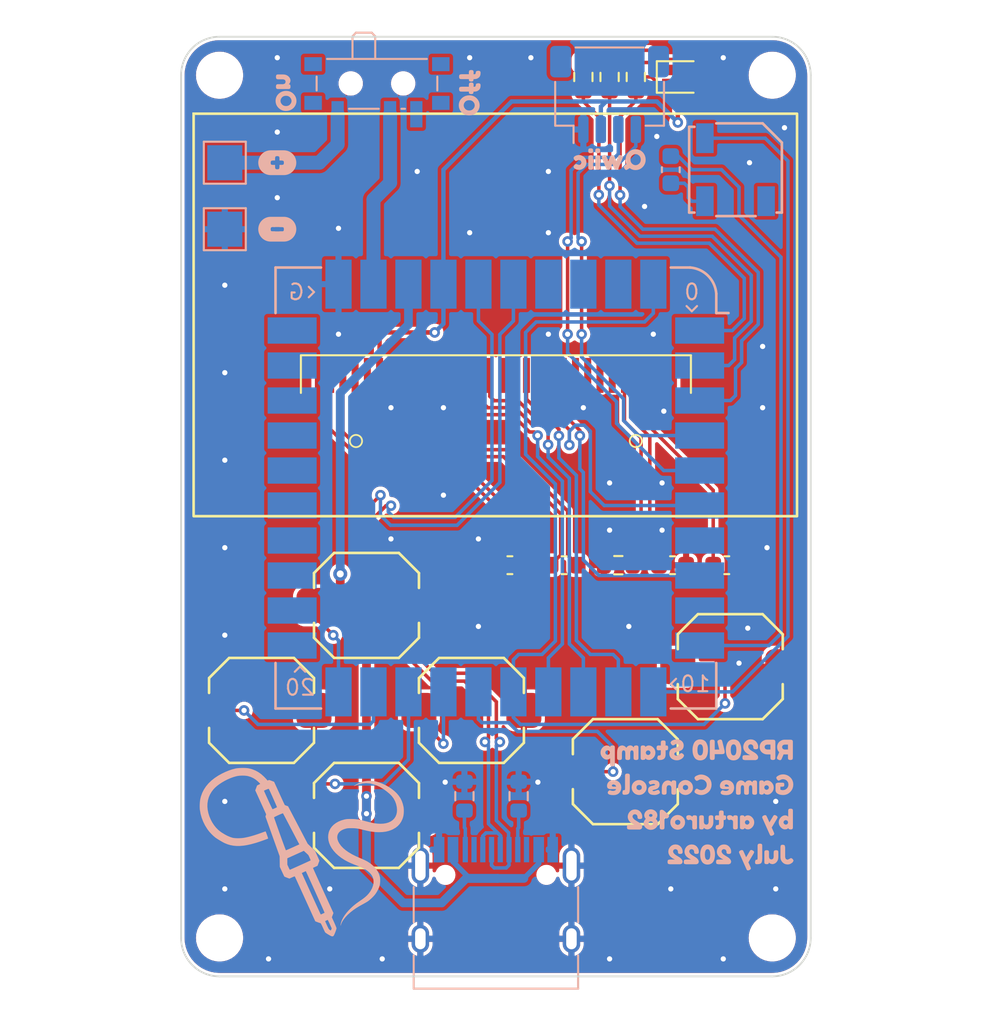
<source format=kicad_pcb>
(kicad_pcb (version 20211014) (generator pcbnew)
  (layers (0 "F.Cu" signal) (31 "B.Cu" signal) (34 "B.Paste" user) (35 "F.Paste" user) (36 "B.SilkS" user "B.Silkscreen") (37 "F.SilkS" user "F.Silkscreen") (38 "B.Mask" user) (39 "F.Mask" user) (44 "Edge.Cuts" user))
  (net 0 "")
  (net 1 "/SPK+")
  (net 2 "Net-(C1-Pad2)")
  (net 3 "GND")
  (net 4 "Net-(C2-Pad2)")
  (net 5 "Net-(C3-Pad1)")
  (net 6 "Net-(C3-Pad2)")
  (net 7 "Net-(C4-Pad1)")
  (net 8 "Net-(C4-Pad2)")
  (net 9 "Net-(C5-Pad1)")
  (net 10 "+3.3V")
  (net 11 "Net-(D1-Pad3)")
  (net 12 "Net-(D1-Pad1)")
  (net 13 "Net-(D1-Pad4)")
  (net 15 "/LCD_CS")
  (net 16 "/LCD_RST")
  (net 17 "/LCD_DC")
  (net 20 "/LCD_CLK")
  (net 21 "/LCD_MOSI")
  (net 28 "Net-(DS1-Pad26)")
  (net 29 "+5V")
  (net 30 "Net-(J1-PadA5)")
  (net 31 "/USB_D+")
  (net 32 "/USB_D-")
  (net 34 "Net-(J1-PadB5)")
  (net 36 "/LED_R")
  (net 37 "/LED_G")
  (net 38 "/LED_B")
  (net 39 "/BOOTSEL")
  (net 40 "/BTN_DOWN")
  (net 41 "/BTN_LEFT")
  (net 42 "/BTN_RIGHT")
  (net 43 "/BTN_A")
  (net 44 "+BATT")
  (net 45 "/BATT")
  (net 60 "/SPK-")
  (net 62 "/BTN_UP")
  (net 64 "/SDA")
  (net 65 "/SCL")
  (footprint "Button_Switch_SMD_Extra:RMT-CZ66" (layer "F.Cu") (at 113.9 85.8)
    (fp_text reference "SW5" hide)
    (fp_text value "SW_A")
  )
  (footprint "Button_Switch_SMD_Extra:RMT-CZ66" (layer "F.Cu") (at 119.9 79.8)
    (fp_text reference "SW6" hide)
    (fp_text value "SW_B")
  )
  (footprint "MountingHole:MountingHole_2.2mm_M2_DIN965" (layer "F.Cu") (at 122.3 95.3 180)
    (fp_text reference "REF**" hide)
    (fp_text value "MountingHole_2.2mm_M2_DIN965")
  )
  (footprint "Resistor_SMD:R_0603_1608Metric" (layer "F.Cu") (at 111.5 46.1 90)
    (fp_text reference "R3" hide)
    (fp_text value "2K")
  )
  (footprint "Resistor_SMD:R_0603_1608Metric" (layer "F.Cu") (at 113.5 74 180)
    (fp_text reference "R6" hide)
    (fp_text value "390K")
  )
  (footprint "Capacitor_SMD:C_0603_1608Metric" (layer "F.Cu") (at 116.6 74)
    (fp_text reference "C5" hide)
    (fp_text value "1uF")
  )
  (footprint "Capacitor_SMD:C_0603_1608Metric" (layer "F.Cu") (at 107.3 74)
    (fp_text reference "C3" hide)
    (fp_text value "1uF")
  )
  (footprint "MountingHole:MountingHole_2.2mm_M2_DIN965" (layer "F.Cu") (at 90.7 46)
    (fp_text reference "REF**" hide)
    (fp_text value "MountingHole_2.2mm_M2_DIN965")
  )
  (footprint "Button_Switch_SMD_Extra:RMT-CZ66" (layer "F.Cu") (at 93.1 82.3)
    (fp_text reference "SW3" hide)
    (fp_text value "SW_LEFT")
  )
  (footprint "Display:OLED-128O064D" (layer "F.Cu") (at 106.5 63.155 180)
    (fp_text reference "DS1" hide)
    (fp_text value "OLED-128O064D")
  )
  (footprint "Capacitor_SMD:C_0603_1608Metric" (layer "F.Cu") (at 110.4 74)
    (fp_text reference "C4" hide)
    (fp_text value "1uF")
  )
  (footprint "Button_Switch_SMD_Extra:RMT-CZ66" (layer "F.Cu") (at 99.1 76.3)
    (fp_text reference "SW1" hide)
    (fp_text value "SW_UP")
  )
  (footprint "Button_Switch_SMD_Extra:RMT-CZ66" (layer "F.Cu") (at 105.1 82.3)
    (fp_text reference "SW4" hide)
    (fp_text value "SW_RIGHT")
  )
  (footprint "Resistor_SMD:R_0603_1608Metric" (layer "F.Cu") (at 113 46.1 90)
    (fp_text reference "R2" hide)
    (fp_text value "2K")
  )
  (footprint "Button_Switch_SMD_Extra:RMT-CZ66" (layer "F.Cu") (at 99.1 88.3)
    (fp_text reference "SW2" hide)
    (fp_text value "SW_DOWN")
  )
  (footprint "Resistor_SMD:R_0603_1608Metric" (layer "F.Cu") (at 114.5 46.1 90)
    (fp_text reference "R1" hide)
    (fp_text value "2K")
  )
  (footprint "Capacitor_SMD:C_0603_1608Metric" (layer "F.Cu") (at 119.7 74 180)
    (fp_text reference "C2" hide)
    (fp_text value "1uF")
  )
  (footprint "MountingHole:MountingHole_2.2mm_M2_DIN965" (layer "F.Cu") (at 122.3 46)
    (fp_text reference "REF**" hide)
    (fp_text value "MountingHole_2.2mm_M2_DIN965")
  )
  (footprint "LED_SMD_Extra:LED_RGBA_0606" (layer "F.Cu") (at 117.2 46.1 180)
    (fp_text reference "D1" hide)
    (fp_text value "LED_BAGR")
  )
  (footprint "MountingHole:MountingHole_2.2mm_M2_DIN965" (layer "F.Cu") (at 90.7 95.3 180)
    (fp_text reference "REF**" hide)
    (fp_text value "MountingHole_2.2mm_M2_DIN965")
  )
  (footprint "Buzzer_Beeper_Extra:CMT-5023S" (layer "B.Cu") (at 120.2 51.4 90)
    (fp_text reference "LS1" hide)
    (fp_text value "Speaker")
  )
  (footprint "Capacitor_SMD:C_0603_1608Metric" (layer "B.Cu") (at 116.5 51.4 -90)
    (fp_text reference "C1" hide)
    (fp_text value "4.7uF")
  )
  (footprint "Connector_USB:USB_C_Receptacle_HRO_TYPE-C-31-M-12" (layer "B.Cu") (at 106.5 94.3 180)
    (fp_text reference "J1" hide)
    (fp_text value "USB_C_Receptacle_USB2.0")
  )
  (footprint "Connector_JST:JST_SH_SM04B-SRSS-TB_1x04-1MP_P1.00mm_Horizontal" (layer "B.Cu") (at 113 47.1)
    (fp_text reference "J2" hide)
    (fp_text value "Conn_Qwiic")
  )
  (footprint "TestPoint:TestPoint_Pad_2.0x2.0mm" (layer "B.Cu") (at 91 51 -90)
    (fp_text reference "TP1" hide)
    (fp_text value "TP_BATT+")
  )
  (footprint "Resistor_SMD:R_0603_1608Metric" (layer "B.Cu") (at 104.7 87.2 90)
    (fp_text reference "R5" hide)
    (fp_text value "5.1K")
  )
  (footprint "Symbols_Extra:SolderParty-New-Logo_12.5x10.6mm_SilkScreen" (layer "B.Cu") (at 94.999643 89.996788 180)
    (fp_text reference "G***" hide)
    (fp_text value "LOGO" hide)
  )
  (footprint "Button_Switch_SMD:SW_SPDT_PCM12" (layer "B.Cu") (at 99.7 46.8)
    (fp_text reference "SW7" hide)
    (fp_text value "SW_POWER")
  )
  (footprint "kibuzzard-62C6F28A" (layer "B.Cu") (at 113 50.8 180)
    (fp_text reference "kibuzzard-62C6F28A" hide)
    (fp_text value "G***" hide)
  )
  (footprint "TestPoint:TestPoint_Pad_2.0x2.0mm" (layer "B.Cu") (at 91 54.8 -90)
    (fp_text reference "TP2" hide)
    (fp_text value "TP_BATT-")
  )
  (footprint "Resistor_SMD:R_0603_1608Metric" (layer "B.Cu") (at 107.8 87.2 90)
    (fp_text reference "R4" hide)
    (fp_text value "5.1K")
  )
  (footprint "kibuzzard-62C56D6F" (layer "B.Cu") (at 94 51 180)
    (fp_text reference "kibuzzard-62C56D6F" hide)
    (fp_text value "G***" hide)
  )
  (footprint "RP2040_Stamp:RP2040_Stamp_SMD" (layer "B.Cu") (at 106.5 69.590787 180)
    (fp_text reference "U1" hide)
    (fp_text value "RP2040_Stamp")
  )
  (footprint "kibuzzard-62C57215" (layer "B.Cu") (at 94.5 47 90)
    (fp_text reference "kibuzzard-62C57215" hide)
    (fp_text value "G***" hide)
  )
  (footprint "kibuzzard-62C56D1C" (layer "B.Cu") (at 118 87.7 180)
    (fp_text reference "kibuzzard-62C56D1C" hide)
    (fp_text value "G***" hide)
  )
  (footprint "kibuzzard-62C5723D" (layer "B.Cu") (at 105 47 90)
    (fp_text reference "kibuzzard-62C5723D" hide)
    (fp_text value "G***" hide)
  )
  (footprint "kibuzzard-62C56D6F" (layer "B.Cu") (at 94 54.8 180)
    (fp_text reference "kibuzzard-62C56D6F" hide)
    (fp_text value "G***" hide)
  )
  (gr_rect (start 94.25 55) (end 93.75 55.3) (layer "B.SilkS") (width 0.15) (fill solid))
  (gr_rect (start 94.3 54.3) (end 93.8 54.6) (layer "B.SilkS") (width 0.15) (fill solid))
  (gr_rect (start 89.217439 48.2) (end 123.717439 71.2) (layer "F.SilkS") (width 0.15) (fill none))
  (gr_line (start 90.7 43.8) (end 122.3 43.8) (layer "Edge.Cuts") (width 0.1))
  (gr_arc (start 122.3 43.8) (mid 123.855635 44.444365) (end 124.5 46) (layer "Edge.Cuts") (width 0.1))
  (gr_line (start 124.5 46) (end 124.5 95.3) (layer "Edge.Cuts") (width 0.1))
  (gr_line (start 122.3 97.5) (end 90.7 97.5) (layer "Edge.Cuts") (width 0.1))
  (gr_line (start 88.5 95.3) (end 88.5 46) (layer "Edge.Cuts") (width 0.1))
  (gr_arc (start 124.5 95.3) (mid 123.855635 96.855635) (end 122.3 97.5) (layer "Edge.Cuts") (width 0.1))
  (gr_arc (start 90.7 97.5) (mid 89.144365 96.855635) (end 88.5 95.3) (layer "Edge.Cuts") (width 0.1))
  (gr_arc (start 88.5 46) (mid 89.144365 44.444365) (end 90.7 43.8) (layer "Edge.Cuts") (width 0.1))
  (segment (start 120.4 52.4) (end 120.4 54) (width 0.2) (layer "B.Cu") (net 1))
  (segment (start 117.7 51.4) (end 119.4 51.4) (width 0.2) (layer "B.Cu") (net 1))
  (segment (start 119.4 51.4) (end 120.4 52.4) (width 0.2) (layer "B.Cu") (net 1))
  (segment (start 116.925 50.625) (end 117.7 51.4) (width 0.2) (layer "B.Cu") (net 1))
  (segment (start 122.109213 78.590787) (end 118.15 78.590787) (width 0.2) (layer "B.Cu") (net 1))
  (segment (start 122.8 77.9) (end 122.109213 78.590787) (width 0.2) (layer "B.Cu") (net 1))
  (segment (start 122.8 56.4) (end 122.8 77.9) (width 0.2) (layer "B.Cu") (net 1))
  (segment (start 116.5 50.625) (end 116.925 50.625) (width 0.2) (layer "B.Cu") (net 1))
  (segment (start 120.4 54) (end 122.8 56.4) (width 0.2) (layer "B.Cu") (net 1))
  (segment (start 117.5 52.4) (end 117.5 53) (width 0.2) (layer "B.Cu") (net 2))
  (segment (start 116.5 52.175) (end 117.275 52.175) (width 0.2) (layer "B.Cu") (net 2))
  (segment (start 117.5 53) (end 117.7 53.2) (width 0.2) (layer "B.Cu") (net 2))
  (segment (start 117.7 53.2) (end 118.45 53.2) (width 0.2) (layer "B.Cu") (net 2))
  (segment (start 117.275 52.175) (end 117.5 52.4) (width 0.2) (layer "B.Cu") (net 2))
  (via (at 94 49.25) (size 0.6) (drill 0.3) (layers "F.Cu" "B.Cu") (net 3))
  (via (at 91 58) (size 0.6) (drill 0.3) (layers "F.Cu" "B.Cu") (net 3))
  (via (at 111.5 65) (size 0.6) (drill 0.3) (layers "F.Cu" "B.Cu") (net 3))
  (via (at 119.5 96.5) (size 0.6) (drill 0.3) (layers "F.Cu" "B.Cu") (net 3))
  (via (at 105 55) (size 0.6) (drill 0.3) (layers "F.Cu" "B.Cu") (net 3))
  (via (at 115.5 60.8) (size 0.6) (drill 0.3) (layers "F.Cu" "B.Cu") (net 3))
  (via (at 108.9 86.4) (size 0.6) (drill 0.3) (layers "F.Cu" "B.Cu") (net 3))
  (via (at 113 72) (size 0.6) (drill 0.3) (layers "F.Cu" "B.Cu") (net 3))
  (via (at 119.5 45) (size 0.6) (drill 0.3) (layers "F.Cu" "B.Cu") (net 3))
  (via (at 115 53.5) (size 0.6) (drill 0.3) (layers "F.Cu" "B.Cu") (net 3))
  (via (at 121 51) (size 0.6) (drill 0.3) (layers "F.Cu" "B.Cu") (net 3))
  (via (at 122.5 92.5) (size 0.6) (drill 0.3) (layers "F.Cu" "B.Cu") (net 3))
  (via (at 91 73) (size 0.6) (drill 0.3) (layers "F.Cu" "B.Cu") (net 3))
  (via (at 91 92.5) (size 0.6) (drill 0.3) (layers "F.Cu" "B.Cu") (net 3))
  (via (at 116.1 65.2) (size 0.6) (drill 0.3) (layers "F.Cu" "B.Cu") (net 3))
  (via (at 94 53) (size 0.6) (drill 0.3) (layers "F.Cu" "B.Cu") (net 3))
  (via (at 122.5 87.5) (size 0.6) (drill 0.3) (layers "F.Cu" "B.Cu") (net 3))
  (via (at 121.75 61.5) (size 0.6) (drill 0.3) (layers "F.Cu" "B.Cu") (net 3))
  (via (at 100.5 72.5) (size 0.6) (drill 0.3) (layers "F.Cu" "B.Cu") (net 3))
  (via (at 116 72) (size 0.6) (drill 0.3) (layers "F.Cu" "B.Cu") (net 3))
  (via (at 94 45) (size 0.6) (drill 0.3) (layers "F.Cu" "B.Cu") (net 3))
  (via (at 97.5 60.8) (size 0.6) (drill 0.3) (layers "F.Cu" "B.Cu") (net 3))
  (via (at 102 51.5) (size 0.6) (drill 0.3) (layers "F.Cu" "B.Cu") (net 3))
  (via (at 109.5 51.5) (size 0.6) (drill 0.3) (layers "F.Cu" "B.Cu") (net 3))
  (via (at 105 45) (size 0.6) (drill 0.3) (layers "F.Cu" "B.Cu") (net 3))
  (via (at 109.5 60.8) (size 0.6) (drill 0.3) (layers "F.Cu" "B.Cu") (net 3))
  (via (at 93.5 96.5) (size 0.6) (drill 0.3) (layers "F.Cu" "B.Cu") (net 3))
  (via (at 123 49) (size 0.6) (drill 0.3) (layers "F.Cu" "B.Cu") (net 3))
  (via (at 91 78) (size 0.6) (drill 0.3) (layers "F.Cu" "B.Cu") (net 3))
  (via (at 120.4 79.6) (size 0.6) (drill 0.3) (layers "F.Cu" "B.Cu") (net 3))
  (via (at 100 96.5) (size 0.6) (drill 0.3) (layers "F.Cu" "B.Cu") (net 3))
  (via (at 109.5 55) (size 0.6) (drill 0.3) (layers "F.Cu" "B.Cu") (net 3))
  (via (at 105.5 72.5) (size 0.6) (drill 0.3) (layers "F.Cu" "B.Cu") (net 3))
  (via (at 100.5 65) (size 0.6) (drill 0.3) (layers "F.Cu" "B.Cu") (net 3))
  (via (at 120.9 77.6) (size 0.6) (drill 0.3) (layers "F.Cu" "B.Cu") (net 3))
  (via (at 116 69.3) (size 0.6) (drill 0.3) (layers "F.Cu" "B.Cu") (net 3))
  (via (at 113 69.3) (size 0.6) (drill 0.3) (layers "F.Cu" "B.Cu") (net 3))
  (via (at 113 96.5) (size 0.6) (drill 0.3) (layers "F.Cu" "B.Cu") (net 3))
  (via (at 121.75 65) (size 0.6) (drill 0.3) (layers "F.Cu" "B.Cu") (net 3))
  (via (at 97.5 54.75) (size 0.6) (drill 0.3) (layers "F.Cu" "B.Cu") (net 3))
  (via (at 116.5 92.5) (size 0.6) (drill 0.3) (layers "F.Cu" "B.Cu") (net 3))
  (via (at 91 87.5) (size 0.6) (drill 0.3) (layers "F.Cu" "B.Cu") (net 3))
  (via (at 105.5 77.5) (size 0.6) (drill 0.3) (layers "F.Cu" "B.Cu") (net 3))
  (via (at 97 92.5) (size 0.6) (drill 0.3) (layers "F.Cu" "B.Cu") (net 3))
  (via (at 103.5 65) (size 0.6) (drill 0.3) (layers "F.Cu" "B.Cu") (net 3))
  (via (at 103.6 86.4) (size 0.6) (drill 0.3) (layers "F.Cu" "B.Cu") (net 3))
  (via (at 115.7 49.5) (size 0.6) (drill 0.3) (layers "F.Cu" "B.Cu") (net 3))
  (via (at 91 68) (size 0.6) (drill 0.3) (layers "F.Cu" "B.Cu") (net 3))
  (via (at 91 63) (size 0.6) (drill 0.3) (layers "F.Cu" "B.Cu") (net 3))
  (via (at 108.5 45) (size 0.6) (drill 0.3) (layers "F.Cu" "B.Cu") (net 3))
  (via (at 122 73) (size 0.6) (drill 0.3) (layers "F.Cu" "B.Cu") (net 3))
  (via (at 103.5 70) (size 0.6) (drill 0.3) (layers "F.Cu" "B.Cu") (net 3))
  (via (at 114.1 77.5) (size 0.6) (drill 0.3) (layers "F.Cu" "B.Cu") (net 3))
  (segment (start 118.925 69.725) (end 115.25 66.05) (width 0.2) (layer "F.Cu") (net 4))
  (segment (start 115.25 66.05) (end 115.25 63.155) (width 0.2) (layer "F.Cu") (net 4))
  (segment (start 118.925 74) (end 118.925 69.725) (width 0.2) (layer "F.Cu") (net 4))
  (segment (start 107.1 71.265686) (end 107.1 73.425) (width 0.2) (layer "F.Cu") (net 5))
  (segment (start 99.400003 68.6) (end 104.434314 68.6) (width 0.2) (layer "F.Cu") (net 5))
  (segment (start 104.434314 68.6) (end 107.1 71.265686) (width 0.2) (layer "F.Cu") (net 5))
  (segment (start 97.05 63.155) (end 97.05 66.25) (width 0.2) (layer "F.Cu") (net 5))
  (segment (start 97.05 66.25) (end 99.400003 68.6) (width 0.2) (layer "F.Cu") (net 5))
  (segment (start 107.1 73.425) (end 106.525 74) (width 0.2) (layer "F.Cu") (net 5))
  (segment (start 97.75 66.384314) (end 99.565688 68.2) (width 0.2) (layer "F.Cu") (net 6))
  (segment (start 107.5 73.425) (end 108.075 74) (width 0.2) (layer "F.Cu") (net 6))
  (segment (start 97.75 63.155) (end 97.75 66.384314) (width 0.2) (layer "F.Cu") (net 6))
  (segment (start 99.565688 68.2) (end 104.599999 68.2) (width 0.2) (layer "F.Cu") (net 6))
  (segment (start 107.5 71.100001) (end 107.5 73.425) (width 0.2) (layer "F.Cu") (net 6))
  (segment (start 104.599999 68.2) (end 107.5 71.100001) (width 0.2) (layer "F.Cu") (net 6))
  (segment (start 99.731373 67.8) (end 106.934314 67.8) (width 0.2) (layer "F.Cu") (net 7))
  (segment (start 110.2 73.425) (end 109.625 74) (width 0.2) (layer "F.Cu") (net 7))
  (segment (start 98.45 63.155) (end 98.45 66.518628) (width 0.2) (layer "F.Cu") (net 7))
  (segment (start 98.45 66.518628) (end 99.731373 67.8) (width 0.2) (layer "F.Cu") (net 7))
  (segment (start 110.2 71.065686) (end 110.2 73.425) (width 0.2) (layer "F.Cu") (net 7))
  (segment (start 106.934314 67.8) (end 110.2 71.065686) (width 0.2) (layer "F.Cu") (net 7))
  (segment (start 99.15 66.652942) (end 99.897058 67.4) (width 0.2) (layer "F.Cu") (net 8))
  (segment (start 107.099999 67.4) (end 110.6 70.900001) (width 0.2) (layer "F.Cu") (net 8))
  (segment (start 110.6 70.900001) (end 110.6 73.425) (width 0.2) (layer "F.Cu") (net 8))
  (segment (start 110.6 73.425) (end 111.175 74) (width 0.2) (layer "F.Cu") (net 8))
  (segment (start 99.897058 67.4) (end 107.099999 67.4) (width 0.2) (layer "F.Cu") (net 8))
  (segment (start 99.15 63.155) (end 99.15 66.652942) (width 0.2) (layer "F.Cu") (net 8))
  (segment (start 115.3 66.665687) (end 114.55 65.915686) (width 0.2) (layer "F.Cu") (net 9))
  (segment (start 115.825 74) (end 115.3 73.475) (width 0.2) (layer "F.Cu") (net 9))
  (segment (start 115.3 73.475) (end 115.3 66.665687) (width 0.2) (layer "F.Cu") (net 9))
  (segment (start 114.55 65.915686) (end 114.55 63.155) (width 0.2) (layer "F.Cu") (net 9))
  (segment (start 118 47.4) (end 118 46.5) (width 0.25) (layer "F.Cu") (net 10))
  (segment (start 116.9 47.8) (end 117.1 47.6) (width 0.25) (layer "F.Cu") (net 10))
  (segment (start 101.95 61.05) (end 102.3 60.7) (width 0.25) (layer "F.Cu") (net 10))
  (segment (start 99.85 63.155) (end 99.85 61.05) (width 0.25) (layer "F.Cu") (net 10))
  (segment (start 102.3 60.7) (end 103 60.7) (width 0.25) (layer "F.Cu") (net 10))
  (segment (start 116.9 48.7) (end 116.9 47.8) (width 0.25) (layer "F.Cu") (net 10))
  (segment (start 99.85 61.05) (end 100.2 60.7) (width 0.25) (layer "F.Cu") (net 10))
  (segment (start 100.2 60.7) (end 103 60.7) (width 0.25) (layer "F.Cu") (net 10))
  (segment (start 117.1 47.6) (end 117.8 47.6) (width 0.25) (layer "F.Cu") (net 10))
  (segment (start 117.8 47.6) (end 118 47.4) (width 0.25) (layer "F.Cu") (net 10))
  (segment (start 101.95 63.155) (end 101.95 61.05) (width 0.25) (layer "F.Cu") (net 10))
  (via (at 103 60.7) (size 0.6) (drill 0.3) (layers "F.Cu" "B.Cu") (net 10))
  (via (at 116.9 48.7) (size 0.6) (drill 0.3) (layers "F.Cu" "B.Cu") (net 10))
  (segment (start 112.5 47.8) (end 112.5 49.1) (width 0.25) (layer "B.Cu") (net 10))
  (segment (start 115.7 47.5) (end 112.8 47.5) (width 0.25) (layer "B.Cu") (net 10))
  (segment (start 112.8 47.5) (end 107.4 47.5) (width 0.25) (layer "B.Cu") (net 10))
  (segment (start 103.5 60.2) (end 103 60.7) (width 0.25) (layer "B.Cu") (net 10))
  (segment (start 103.5 51.4) (end 103.5 57.940787) (width 0.25) (layer "B.Cu") (net 10))
  (segment (start 103.5 57.940787) (end 103.5 60.2) (width 0.25) (layer "B.Cu") (net 10))
  (segment (start 112.8 47.5) (end 112.5 47.8) (width 0.25) (layer "B.Cu") (net 10))
  (segment (start 116.9 48.7) (end 115.7 47.5) (width 0.25) (layer "B.Cu") (net 10))
  (segment (start 107.4 47.5) (end 103.5 51.4) (width 0.25) (layer "B.Cu") (net 10))
  (segment (start 116.4 46.5) (end 115.8 46.5) (width 0.2) (layer "F.Cu") (net 11))
  (segment (start 115.8 46.5) (end 115.4 46.1) (width 0.2) (layer "F.Cu") (net 11))
  (segment (start 113.825 46.1) (end 113 45.275) (width 0.2) (layer "F.Cu") (net 11))
  (segment (start 115.4 46.1) (end 113.825 46.1) (width 0.2) (layer "F.Cu") (net 11))
  (segment (start 115.275 44.575) (end 112.2 44.575) (width 0.2) (layer "F.Cu") (net 12))
  (segment (start 115.8 45.1) (end 115.275 44.575) (width 0.2) (layer "F.Cu") (net 12))
  (segment (start 117.9 45.1) (end 115.8 45.1) (width 0.2) (layer "F.Cu") (net 12))
  (segment (start 112.2 44.575) (end 111.5 45.275) (width 0.2) (layer "F.Cu") (net 12))
  (segment (start 118 45.2) (end 117.9 45.1) (width 0.2) (layer "F.Cu") (net 12))
  (segment (start 118 45.7) (end 118 45.2) (width 0.2) (layer "F.Cu") (net 12))
  (segment (start 115.8 45.7) (end 115.375 45.275) (width 0.2) (layer "F.Cu") (net 13))
  (segment (start 116.4 45.7) (end 115.8 45.7) (width 0.2) (layer "F.Cu") (net 13))
  (segment (start 115.375 45.275) (end 114.5 45.275) (width 0.2) (layer "F.Cu") (net 13))
  (segment (start 107.437258 65.4) (end 108.425429 66.388171) (width 0.2) (layer "F.Cu") (net 15))
  (segment (start 104.75 64.28137) (end 105.86863 65.4) (width 0.2) (layer "F.Cu") (net 15))
  (segment (start 108.425429 66.388171) (end 108.685805 66.388171) (width 0.2) (layer "F.Cu") (net 15))
  (segment (start 104.75 63.155) (end 104.75 64.28137) (width 0.2) (layer "F.Cu") (net 15))
  (segment (start 108.685805 66.388171) (end 108.885805 66.588171) (width 0.2) (layer "F.Cu") (net 15))
  (segment (start 105.86863 65.4) (end 107.437258 65.4) (width 0.2) (layer "F.Cu") (net 15))
  (via (at 108.885805 66.588171) (size 0.6) (drill 0.3) (layers "F.Cu" "B.Cu") (net 15))
  (segment (start 109.5 79.3) (end 109.5 81.240787) (width 0.2) (layer "B.Cu") (net 15))
  (segment (start 108.885805 66.588171) (end 108.885805 67.785805) (width 0.2) (layer "B.Cu") (net 15))
  (segment (start 108.885805 67.785805) (end 110.3 69.2) (width 0.2) (layer "B.Cu") (net 15))
  (segment (start 110.3 78.5) (end 109.5 79.3) (width 0.2) (layer "B.Cu") (net 15))
  (segment (start 110.3 69.2) (end 110.3 78.5) (width 0.2) (layer "B.Cu") (net 15))
  (segment (start 109.485305 66.185305) (end 109.288171 65.988171) (width 0.2) (layer "F.Cu") (net 16))
  (segment (start 108.591114 65.988171) (end 107.602943 65) (width 0.2) (layer "F.Cu") (net 16))
  (segment (start 106.034316 65) (end 105.45 64.415684) (width 0.2) (layer "F.Cu") (net 16))
  (segment (start 105.45 64.415684) (end 105.45 63.155) (width 0.2) (layer "F.Cu") (net 16))
  (segment (start 109.485305 67.117979) (end 109.485305 66.185305) (width 0.2) (layer "F.Cu") (net 16))
  (segment (start 109.288171 65.988171) (end 108.591114 65.988171) (width 0.2) (layer "F.Cu") (net 16))
  (segment (start 107.602943 65) (end 106.034316 65) (width 0.2) (layer "F.Cu") (net 16))
  (via (at 109.485305 67.117979) (size 0.6) (drill 0.3) (layers "F.Cu" "B.Cu") (net 16))
  (segment (start 109.485305 67.819619) (end 109.485305 67.117979) (width 0.2) (layer "B.Cu") (net 16))
  (segment (start 111.5 79.3) (end 110.7 78.5) (width 0.2) (layer "B.Cu") (net 16))
  (segment (start 110.7 78.5) (end 110.7 69.034314) (width 0.2) (layer "B.Cu") (net 16))
  (segment (start 110.7 69.034314) (end 109.485305 67.819619) (width 0.2) (layer "B.Cu") (net 16))
  (segment (start 111.5 81.240787) (end 111.5 79.3) (width 0.2) (layer "B.Cu") (net 16))
  (segment (start 109.453857 65.588171) (end 110.1 66.234314) (width 0.2) (layer "F.Cu") (net 17))
  (segment (start 110.1 66.234314) (end 110.1 66.606754) (width 0.2) (layer "F.Cu") (net 17))
  (segment (start 106.15 63.155) (end 106.15 64.35) (width 0.2) (layer "F.Cu") (net 17))
  (segment (start 106.15 64.35) (end 106.4 64.6) (width 0.2) (layer "F.Cu") (net 17))
  (segment (start 106.4 64.6) (end 107.768628 64.6) (width 0.2) (layer "F.Cu") (net 17))
  (segment (start 108.756799 65.588171) (end 109.453857 65.588171) (width 0.2) (layer "F.Cu") (net 17))
  (segment (start 107.768628 64.6) (end 108.756799 65.588171) (width 0.2) (layer "F.Cu") (net 17))
  (via (at 110.1 66.606754) (size 0.6) (drill 0.3) (layers "F.Cu" "B.Cu") (net 17))
  (segment (start 111.9 79.1) (end 111.1 78.3) (width 0.2) (layer "B.Cu") (net 17))
  (segment (start 111.1 68.868628) (end 110.1 67.868628) (width 0.2) (layer "B.Cu") (net 17))
  (segment (start 113.5 79.4) (end 113.2 79.1) (width 0.2) (layer "B.Cu") (net 17))
  (segment (start 110.1 67.868628) (end 110.1 66.606754) (width 0.2) (layer "B.Cu") (net 17))
  (segment (start 113.2 79.1) (end 111.9 79.1) (width 0.2) (layer "B.Cu") (net 17))
  (segment (start 111.1 78.3) (end 111.1 68.868628) (width 0.2) (layer "B.Cu") (net 17))
  (segment (start 113.5 81.240787) (end 113.5 79.4) (width 0.2) (layer "B.Cu") (net 17))
  (segment (start 108.25 64.515686) (end 108.25 63.155) (width 0.2) (layer "F.Cu") (net 20))
  (segment (start 109.619543 65.188171) (end 108.922485 65.188171) (width 0.2) (layer "F.Cu") (net 20))
  (segment (start 110.7005 66.269128) (end 109.619543 65.188171) (width 0.2) (layer "F.Cu") (net 20))
  (segment (start 108.922485 65.188171) (end 108.25 64.515686) (width 0.2) (layer "F.Cu") (net 20))
  (segment (start 110.7005 67.134581) (end 110.7005 66.269128) (width 0.2) (layer "F.Cu") (net 20))
  (via (at 110.7005 67.134581) (size 0.6) (drill 0.3) (layers "F.Cu" "B.Cu") (net 20))
  (segment (start 111.548529 66) (end 111.9 66.351471) (width 0.2) (layer "B.Cu") (net 20))
  (segment (start 111.9 66.351471) (end 111.9 69.8) (width 0.2) (layer "B.Cu") (net 20))
  (segment (start 110.7005 66.350971) (end 111.051471 66) (width 0.2) (layer "B.Cu") (net 20))
  (segment (start 112.690787 70.590787) (end 118.15 70.590787) (width 0.2) (layer "B.Cu") (net 20))
  (segment (start 111.051471 66) (end 111.548529 66) (width 0.2) (layer "B.Cu") (net 20))
  (segment (start 110.7005 67.134581) (end 110.7005 66.350971) (width 0.2) (layer "B.Cu") (net 20))
  (segment (start 111.9 69.8) (end 112.690787 70.590787) (width 0.2) (layer "B.Cu") (net 20))
  (segment (start 108.95 64.65) (end 109.088171 64.788171) (width 0.2) (layer "F.Cu") (net 21))
  (segment (start 109.785229 64.788171) (end 111.3 66.302942) (width 0.2) (layer "F.Cu") (net 21))
  (segment (start 111.3 66.302942) (end 111.3 66.6) (width 0.2) (layer "F.Cu") (net 21))
  (segment (start 109.088171 64.788171) (end 109.785229 64.788171) (width 0.2) (layer "F.Cu") (net 21))
  (segment (start 108.95 63.155) (end 108.95 64.65) (width 0.2) (layer "F.Cu") (net 21))
  (via (at 111.3 66.6) (size 0.6) (drill 0.3) (layers "F.Cu" "B.Cu") (net 21))
  (segment (start 111.3 68.5) (end 111.5 68.7) (width 0.2) (layer "B.Cu") (net 21))
  (segment (start 111.5 73.702942) (end 111.5 68.7) (width 0.2) (layer "B.Cu") (net 21))
  (segment (start 118.15 74.590787) (end 112.387845 74.590787) (width 0.2) (layer "B.Cu") (net 21))
  (segment (start 112.387845 74.590787) (end 111.5 73.702942) (width 0.2) (layer "B.Cu") (net 21))
  (segment (start 111.3 66.6) (end 111.3 68.5) (width 0.2) (layer "B.Cu") (net 21))
  (segment (start 114.8 73.525) (end 114.8 66.731372) (width 0.2) (layer "F.Cu") (net 28))
  (segment (start 113.85 65.781372) (end 113.85 63.155) (width 0.2) (layer "F.Cu") (net 28))
  (segment (start 114.325 74) (end 114.8 73.525) (width 0.2) (layer "F.Cu") (net 28))
  (segment (start 114.8 66.731372) (end 113.85 65.781372) (width 0.2) (layer "F.Cu") (net 28))
  (segment (start 99.1 78.7) (end 97.6 77.2) (width 0.5) (layer "F.Cu") (net 29))
  (segment (start 97.6 77.2) (end 97.6 74.5) (width 0.5) (layer "F.Cu") (net 29))
  (segment (start 99.1 87.2) (end 99.1 78.7) (width 0.5) (layer "F.Cu") (net 29))
  (segment (start 99.1 87.2) (end 99.1 88.2) (width 0.5) (layer "F.Cu") (net 29))
  (via (at 99.1 87.2) (size 0.6) (drill 0.3) (layers "F.Cu" "B.Cu") (net 29))
  (via (at 97.6 74.5) (size 0.8) (drill 0.4) (layers "F.Cu" "B.Cu") (net 29))
  (via (at 99.1 88.2) (size 0.6) (drill 0.3) (layers "F.Cu" "B.Cu") (net 29))
  (segment (start 97.6 64.15) (end 101.5 60.25) (width 0.5) (layer "B.Cu") (net 29))
  (segment (start 97.6 74.5) (end 97.6 64.15) (width 0.5) (layer "B.Cu") (net 29))
  (segment (start 99.1 88.2) (end 99.1 87.2) (width 0.5) (layer "B.Cu") (net 29))
  (segment (start 101.2 93.3) (end 103.4 93.3) (width 0.5) (layer "B.Cu") (net 29))
  (segment (start 103.4 93.3) (end 104.8 91.9) (width 0.5) (layer "B.Cu") (net 29))
  (segment (start 108.1 91.9) (end 106.6 91.9) (width 0.5) (layer "B.Cu") (net 29))
  (segment (start 108.95 90.255) (end 108.95 91.05) (width 0.3) (layer "B.Cu") (net 29))
  (segment (start 99.1 88.2) (end 99.1 91.2) (width 0.5) (layer "B.Cu") (net 29))
  (segment (start 106.6 91.9) (end 105 91.9) (width 0.5) (layer "B.Cu") (net 29))
  (segment (start 101.5 60.25) (end 101.5 57.940787) (width 0.5) (layer "B.Cu") (net 29))
  (segment (start 105 91.9) (end 104.05 90.95) (width 0.3) (layer "B.Cu") (net 29))
  (segment (start 104.05 90.95) (end 104.05 90.255) (width 0.3) (layer "B.Cu") (net 29))
  (segment (start 104.8 91.9) (end 106.6 91.9) (width 0.5) (layer "B.Cu") (net 29))
  (segment (start 99.1 91.2) (end 101.2 93.3) (width 0.5) (layer "B.Cu") (net 29))
  (segment (start 108.95 91.05) (end 108.1 91.9) (width 0.3) (layer "B.Cu") (net 29))
  (segment (start 107.75 89.05) (end 107.8 89) (width 0.2) (layer "B.Cu") (net 30))
  (segment (start 107.75 90.255) (end 107.75 89.05) (width 0.2) (layer "B.Cu") (net 30))
  (segment (start 107.8 89) (end 107.8 88.025) (width 0.2) (layer "B.Cu") (net 30))
  (segment (start 102.825 80.625) (end 98.9 76.7) (width 0.2) (layer "F.Cu") (net 31))
  (segment (start 104.7068 80.625) (end 102.825 80.625) (width 0.2) (layer "F.Cu") (net 31))
  (segment (start 105.875 84.1) (end 106.074999 83.900001) (width 0.2) (layer "F.Cu") (net 31))
  (segment (start 106.075 81.9932) (end 104.7068 80.625) (width 0.2) (layer "F.Cu") (net 31))
  (segment (start 98.9 70.998958) (end 99.899479 69.999479) (width 0.2) (layer "F.Cu") (net 31))
  (segment (start 98.9 76.7) (end 98.9 70.998958) (width 0.2) (layer "F.Cu") (net 31))
  (segment (start 106.074999 83.900001) (end 106.075 81.9932) (width 0.2) (layer "F.Cu") (net 31))
  (via (at 99.899479 69.999479) (size 0.6) (drill 0.3) (layers "F.Cu" "B.Cu") (net 31))
  (via (at 105.875 84.1) (size 0.6) (drill 0.3) (layers "F.Cu" "B.Cu") (net 31))
  (segment (start 105.75 89.48) (end 105.93 89.3) (width 0.2) (layer "B.Cu") (net 31))
  (segment (start 105.75 90.255) (end 105.75 89.48) (width 0.2) (layer "B.Cu") (net 31))
  (segment (start 106.6 89.3) (end 106.75 89.45) (width 0.2) (layer "B.Cu") (net 31))
  (segment (start 106.725 69.275) (end 106.725 60.815788) (width 0.2) (layer "B.Cu") (net 31))
  (segment (start 106.775 89.655) (end 106.775 89.473245) (width 0.2) (layer "B.Cu") (net 31))
  (segment (start 105.93 89.3) (end 106.6 89.3) (width 0.2) (layer "B.Cu") (net 31))
  (segment (start 100.476128 71.719444) (end 104.280556 71.719444) (width 0.2) (layer "B.Cu") (net 31))
  (segment (start 106.75 90.255) (end 106.75 89.68) (width 0.2) (layer "B.Cu") (net 31))
  (segment (start 99.899479 71.142795) (end 100.476128 71.719444) (width 0.2) (layer "B.Cu") (net 31))
  (segment (start 106.075 88.773245) (end 106.074999 84.299999) (width 0.2) (layer "B.Cu") (net 31))
  (segment (start 106.775 89.473245) (end 106.075 88.773245) (width 0.2) (layer "B.Cu") (net 31))
  (segment (start 106.75 90.255) (end 106.75 89.95) (width 0.2) (layer "B.Cu") (net 31))
  (segment (start 99.899479 69.999479) (end 99.899479 71.142795) (width 0.2) (layer "B.Cu") (net 31))
  (segment (start 107.5 60.040788) (end 107.5 57.940787) (width 0.2) (layer "B.Cu") (net 31))
  (segment (start 106.75 89.45) (end 106.75 90.255) (width 0.2) (layer "B.Cu") (net 31))
  (segment (start 104.280556 71.719444) (end 106.725 69.275) (width 0.2) (layer "B.Cu") (net 31))
  (segment (start 106.75 89.68) (end 106.775 89.655) (width 0.2) (layer "B.Cu") (net 31))
  (segment (start 106.074999 84.299999) (end 105.875 84.1) (width 0.2) (layer "B.Cu") (net 31))
  (segment (start 106.725 60.815788) (end 107.5 60.040788) (width 0.2) (layer "B.Cu") (net 31))
  (segment (start 106.75 89.95) (end 106.7 89.9) (width 0.2) (layer "B.Cu") (net 31))
  (segment (start 99.3 76.5) (end 99.3 71.518199) (width 0.2) (layer "F.Cu") (net 32))
  (segment (start 106.525001 83.900001) (end 106.525 81.8068) (width 0.2) (layer "F.Cu") (net 32))
  (segment (start 106.525 81.8068) (end 104.8932 80.175) (width 0.2) (layer "F.Cu") (net 32))
  (segment (start 99.3 71.518199) (end 100.217678 70.600521) (width 0.2) (layer "F.Cu") (net 32))
  (segment (start 100.217678 70.600521) (end 100.500521 70.600521) (width 0.2) (layer "F.Cu") (net 32))
  (segment (start 106.725 84.1) (end 106.525001 83.900001) (width 0.2) (layer "F.Cu") (net 32))
  (segment (start 102.975 80.175) (end 99.3 76.5) (width 0.2) (layer "F.Cu") (net 32))
  (segment (start 104.8932 80.175) (end 102.975 80.175) (width 0.2) (layer "F.Cu") (net 32))
  (via (at 100.500521 70.600521) (size 0.6) (drill 0.3) (layers "F.Cu" "B.Cu") (net 32))
  (via (at 106.725 84.1) (size 0.6) (drill 0.3) (layers "F.Cu" "B.Cu") (net 32))
  (segment (start 100.34948 70.956396) (end 100.662528 71.269444) (width 0.2) (layer "B.Cu") (net 32))
  (segment (start 107.25 90.255) (end 107.25 89.68) (width 0.2) (layer "B.Cu") (net 32))
  (segment (start 107.225 89.286845) (end 106.525 88.586845) (width 0.2) (layer "B.Cu") (net 32))
  (segment (start 107.25 89.68) (end 107.225 89.655) (width 0.2) (layer "B.Cu") (net 32))
  (segment (start 107.25 90.255) (end 107.25 91.14) (width 0.2) (layer "B.Cu") (net 32))
  (segment (start 106.525 88.586845) (end 106.525001 84.299999) (width 0.2) (layer "B.Cu") (net 32))
  (segment (start 105.5 60.040788) (end 105.5 57.940787) (width 0.2) (layer "B.Cu") (net 32))
  (segment (start 106.25 91.15) (end 106.25 90.255) (width 0.2) (layer "B.Cu") (net 32))
  (segment (start 106.4 91.3) (end 106.25 91.15) (width 0.2) (layer "B.Cu") (net 32))
  (segment (start 100.34948 70.751562) (end 100.34948 70.956396) (width 0.2) (layer "B.Cu") (net 32))
  (segment (start 106.275 60.815788) (end 105.5 60.040788) (width 0.2) (layer "B.Cu") (net 32))
  (segment (start 107.225 89.655) (end 107.225 89.286845) (width 0.2) (layer "B.Cu") (net 32))
  (segment (start 100.500521 70.600521) (end 100.34948 70.751562) (width 0.2) (layer "B.Cu") (net 32))
  (segment (start 100.662528 71.269444) (end 104.16487 71.269444) (width 0.2) (layer "B.Cu") (net 32))
  (segment (start 107.09 91.3) (end 106.4 91.3) (width 0.2) (layer "B.Cu") (net 32))
  (segment (start 106.275 69.159314) (end 106.275 60.815788) (width 0.2) (layer "B.Cu") (net 32))
  (segment (start 107.25 91.14) (end 107.09 91.3) (width 0.2) (layer "B.Cu") (net 32))
  (segment (start 106.525001 84.299999) (end 106.725 84.1) (width 0.2) (layer "B.Cu") (net 32))
  (segment (start 104.16487 71.269444) (end 106.275 69.159314) (width 0.2) (layer "B.Cu") (net 32))
  (segment (start 104.75 90.255) (end 104.75 89.05) (width 0.2) (layer "B.Cu") (net 34))
  (segment (start 104.75 89.05) (end 104.7 89) (width 0.2) (layer "B.Cu") (net 34))
  (segment (start 104.7 89) (end 104.7 88.025) (width 0.2) (layer "B.Cu") (net 34))
  (segment (start 113.6 52.85) (end 113.6 48.363012) (width 0.2) (layer "F.Cu") (net 36))
  (segment (start 114.5 47.463012) (end 114.5 46.925) (width 0.2) (layer "F.Cu") (net 36))
  (segment (start 113.6 48.363012) (end 114.5 47.463012) (width 0.2) (layer "F.Cu") (net 36))
  (via (at 113.6 52.85) (size 0.6) (drill 0.3) (layers "F.Cu" "B.Cu") (net 36))
  (segment (start 120.55 62.415686) (end 120.2 62.765686) (width 0.2) (layer "B.Cu") (net 36))
  (segment (start 119.03137 54.8) (end 121.5 57.268628) (width 0.2) (layer "B.Cu") (net 36))
  (segment (start 121.5 60.23137) (end 120.55 61.181372) (width 0.2) (layer "B.Cu") (net 36))
  (segment (start 114.9 54.8) (end 119.03137 54.8) (width 0.2) (layer "B.Cu") (net 36))
  (segment (start 120.55 61.181372) (end 120.55 62.415686) (width 0.2) (layer "B.Cu") (net 36))
  (segment (start 120.2 62.765686) (end 120.2 64.3) (width 0.2) (layer "B.Cu") (net 36))
  (segment (start 120.2 64.3) (end 119.909213 64.590787) (width 0.2) (layer "B.Cu") (net 36))
  (segment (start 113.6 53.5) (end 114.9 54.8) (width 0.2) (layer "B.Cu") (net 36))
  (segment (start 113.6 52.85) (end 113.6 53.5) (width 0.2) (layer "B.Cu") (net 36))
  (segment (start 119.909213 64.590787) (end 118.15 64.590787) (width 0.2) (layer "B.Cu") (net 36))
  (segment (start 121.5 57.268628) (end 121.5 60.23137) (width 0.2) (layer "B.Cu") (net 36))
  (segment (start 113 52.313131) (end 113 46.925) (width 0.2) (layer "F.Cu") (net 37))
  (segment (start 112.992904 52.320227) (end 113 52.313131) (width 0.2) (layer "F.Cu") (net 37))
  (via (at 112.992904 52.320227) (size 0.6) (drill 0.3) (layers "F.Cu" "B.Cu") (net 37))
  (segment (start 120.15 62.25) (end 119.809213 62.590787) (width 0.2) (layer "B.Cu") (net 37))
  (segment (start 121.1 60.065685) (end 120.15 61.015686) (width 0.2) (layer "B.Cu") (net 37))
  (segment (start 118.865685 55.2) (end 121.1 57.434314) (width 0.2) (layer "B.Cu") (net 37))
  (segment (start 121.1 57.434314) (end 121.1 60.065685) (width 0.2) (layer "B.Cu") (net 37))
  (segment (start 113 53.465685) (end 114.734314 55.2) (width 0.2) (layer "B.Cu") (net 37))
  (segment (start 114.734314 55.2) (end 118.865685 55.2) (width 0.2) (layer "B.Cu") (net 37))
  (segment (start 113 52.327323) (end 113 53.465685) (width 0.2) (layer "B.Cu") (net 37))
  (segment (start 112.992904 52.320227) (end 113 52.327323) (width 0.2) (layer "B.Cu") (net 37))
  (segment (start 119.809213 62.590787) (end 118.15 62.590787) (width 0.2) (layer "B.Cu") (net 37))
  (segment (start 120.15 61.015686) (end 120.15 62.25) (width 0.2) (layer "B.Cu") (net 37))
  (segment (start 111.5 47.5) (end 111.5 46.925) (width 0.2) (layer "F.Cu") (net 38))
  (segment (start 112.384139 52.838503) (end 112.385805 52.836837) (width 0.2) (layer "F.Cu") (net 38))
  (segment (start 112.385805 52.836837) (end 112.385805 48.385805) (width 0.2) (layer "F.Cu") (net 38))
  (segment (start 112.385805 48.385805) (end 111.5 47.5) (width 0.2) (layer "F.Cu") (net 38))
  (via (at 112.384139 52.838503) (size 0.6) (drill 0.3) (layers "F.Cu" "B.Cu") (net 38))
  (segment (start 114.568628 55.6) (end 118.7 55.6) (width 0.2) (layer "B.Cu") (net 38))
  (segment (start 112.384139 52.838503) (end 112.384139 53.415511) (width 0.2) (layer "B.Cu") (net 38))
  (segment (start 118.7 55.6) (end 120.7 57.6) (width 0.2) (layer "B.Cu") (net 38))
  (segment (start 120.7 57.6) (end 120.7 59.9) (width 0.2) (layer "B.Cu") (net 38))
  (segment (start 120.7 59.9) (end 120.009213 60.590787) (width 0.2) (layer "B.Cu") (net 38))
  (segment (start 112.384139 53.415511) (end 114.568628 55.6) (width 0.2) (layer "B.Cu") (net 38))
  (segment (start 120.009213 60.590787) (end 118.15 60.590787) (width 0.2) (layer "B.Cu") (net 38))
  (segment (start 119.6 81.9) (end 119.6 80.5) (width 0.2) (layer "F.Cu") (net 39))
  (segment (start 119.6 80.5) (end 118.9 79.8) (width 0.2) (layer "F.Cu") (net 39))
  (segment (start 118.9 79.8) (end 116.9 79.8) (width 0.2) (layer "F.Cu") (net 39))
  (via (at 119.6 81.9) (size 0.6) (drill 0.3) (layers "F.Cu" "B.Cu") (net 39))
  (segment (start 107.5 82.7) (end 107.5 81.240787) (width 0.2) (layer "B.Cu") (net 39))
  (segment (start 107.8 79.1) (end 109.134314 79.1) (width 0.2) (layer "B.Cu") (net 39))
  (segment (start 108.2 67.665686) (end 108.2 60.7) (width 0.2) (layer "B.Cu") (net 39))
  (segment (start 109.9 69.365686) (end 108.2 67.665686) (width 0.2) (layer "B.Cu") (net 39))
  (segment (start 119.6 81.9) (end 118.4 83.1) (width 0.2) (layer "B.Cu") (net 39))
  (segment (start 115 60.1) (end 115.5 59.6) (width 0.2) (layer "B.Cu") (net 39))
  (segment (start 107.5 79.4) (end 107.8 79.1) (width 0.2) (layer "B.Cu") (net 39))
  (segment (start 118.4 83.1) (end 107.9 83.1) (width 0.2) (layer "B.Cu") (net 39))
  (segment (start 107.5 81.240787) (end 107.5 79.4) (width 0.2) (layer "B.Cu") (net 39))
  (segment (start 115.5 59.6) (end 115.5 57.940787) (width 0.2) (layer "B.Cu") (net 39))
  (segment (start 109.134314 79.1) (end 109.9 78.334314) (width 0.2) (layer "B.Cu") (net 39))
  (segment (start 107.9 83.1) (end 107.5 82.7) (width 0.2) (layer "B.Cu") (net 39))
  (segment (start 108.2 60.7) (end 108.8 60.1) (width 0.2) (layer "B.Cu") (net 39))
  (segment (start 108.8 60.1) (end 115 60.1) (width 0.2) (layer "B.Cu") (net 39))
  (segment (start 109.9 78.334314) (end 109.9 69.365686) (width 0.2) (layer "B.Cu") (net 39))
  (segment (start 96.1 87.1) (end 96.7 86.5) (width 0.2) (layer "F.Cu") (net 40))
  (segment (start 96.1 88.3) (end 96.1 87.1) (width 0.2) (layer "F.Cu") (net 40))
  (segment (start 96.7 86.5) (end 97.3 86.5) (width 0.2) (layer "F.Cu") (net 40))
  (via (at 97.3 86.5) (size 0.6) (drill 0.3) (layers "F.Cu" "B.Cu") (net 40))
  (segment (start 101.5 85.1) (end 101.5 81.240787) (width 0.2) (layer "B.Cu") (net 40))
  (segment (start 100.1 86.5) (end 101.5 85.1) (width 0.2) (layer "B.Cu") (net 40))
  (segment (start 97.3 86.5) (end 100.1 86.5) (width 0.2) (layer "B.Cu") (net 40))
  (segment (start 90.1 82.3) (end 92.1 82.3) (width 0.2) (layer "F.Cu") (net 41))
  (via (at 92.1 82.3) (size 0.6) (drill 0.3) (layers "F.Cu" "B.Cu") (net 41))
  (segment (start 92.9 83.1) (end 99.3 83.1) (width 0.2) (layer "B.Cu") (net 41))
  (segment (start 92.1 82.3) (end 92.9 83.1) (width 0.2) (layer "B.Cu") (net 41))
  (segment (start 99.3 83.1) (end 99.5 82.9) (width 0.2) (layer "B.Cu") (net 41))
  (segment (start 99.5 82.9) (end 99.5 81.240787) (width 0.2) (layer "B.Cu") (net 41))
  (segment (start 102.1 82.8) (end 103.5 84.2) (width 0.2) (layer "F.Cu") (net 42))
  (segment (start 102.1 82.3) (end 102.1 82.8) (width 0.2) (layer "F.Cu") (net 42))
  (via (at 103.5 84.2) (size 0.6) (drill 0.3) (layers "F.Cu" "B.Cu") (net 42))
  (segment (start 103.5 84.2) (end 103.5 81.240787) (width 0.2) (layer "B.Cu") (net 42))
  (segment (start 110.9 85.8) (end 113.2 85.8) (width 0.2) (layer "F.Cu") (net 43))
  (via (at 113.2 85.8) (size 0.6) (drill 0.3) (layers "F.Cu" "B.Cu") (net 43))
  (segment (start 112.3 83.5) (end 107.734314 83.5) (width 0.2) (layer "B.Cu") (net 43))
  (segment (start 113.2 84.4) (end 112.3 83.5) (width 0.2) (layer "B.Cu") (net 43))
  (segment (start 113.2 85.8) (end 113.2 84.4) (width 0.2) (layer "B.Cu") (net 43))
  (segment (start 107.234314 83) (end 105.7 83) (width 0.2) (layer "B.Cu") (net 43))
  (segment (start 105.7 83) (end 105.5 82.8) (width 0.2) (layer "B.Cu") (net 43))
  (segment (start 107.734314 83.5) (end 107.234314 83) (width 0.2) (layer "B.Cu") (net 43))
  (segment (start 105.5 82.8) (end 105.5 81.240787) (width 0.2) (layer "B.Cu") (net 43))
  (segment (start 97.45 49.95) (end 97.45 48.23) (width 0.8) (layer "B.Cu") (net 44))
  (segment (start 91 51) (end 96.4 51) (width 0.8) (layer "B.Cu") (net 44))
  (segment (start 96.4 51) (end 97.45 49.95) (width 0.8) (layer "B.Cu") (net 44))
  (segment (start 99.5 57.940787) (end 99.5 53.1) (width 0.8) (layer "B.Cu") (net 45))
  (segment (start 100.45 52.15) (end 100.45 48.23) (width 0.8) (layer "B.Cu") (net 45))
  (segment (start 99.5 53.1) (end 100.45 52.15) (width 0.8) (layer "B.Cu") (net 45))
  (segment (start 118.45 49.6) (end 121.9 49.6) (width 0.2) (layer "B.Cu") (net 60))
  (segment (start 121.9 49.6) (end 123.2 50.9) (width 0.2) (layer "B.Cu") (net 60))
  (segment (start 123.2 50.9) (end 123.2 78.065686) (width 0.2) (layer "B.Cu") (net 60))
  (segment (start 120.024899 81.240787) (end 115.5 81.240787) (width 0.2) (layer "B.Cu") (net 60))
  (segment (start 123.2 78.065686) (end 120.024899 81.240787) (width 0.2) (layer "B.Cu") (net 60))
  (segment (start 96.1 76.3) (end 96.1 76.9) (width 0.2) (layer "F.Cu") (net 62))
  (segment (start 96.1 76.9) (end 97.2 78) (width 0.2) (layer "F.Cu") (net 62))
  (via (at 97.2 78) (size 0.6) (drill 0.3) (layers "F.Cu" "B.Cu") (net 62))
  (segment (start 97.5 78.3) (end 97.5 81.240787) (width 0.2) (layer "B.Cu") (net 62))
  (segment (start 97.2 78) (end 97.5 78.3) (width 0.2) (layer "B.Cu") (net 62))
  (segment (start 110.6 60.8) (end 110.6 55.5) (width 0.2) (layer "F.Cu") (net 64))
  (via (at 110.6 55.5) (size 0.6) (drill 0.3) (layers "F.Cu" "B.Cu") (net 64))
  (via (at 110.6 60.8) (size 0.6) (drill 0.3) (layers "F.Cu" "B.Cu") (net 64))
  (segment (start 116.090787 68.590787) (end 113.4 65.9) (width 0.2) (layer "B.Cu") (net 64))
  (segment (start 111.534314 50.7) (end 113.3 50.7) (width 0.2) (layer "B.Cu") (net 64))
  (segment (start 113.4 64.665686) (end 110.6 61.865686) (width 0.2) (layer "B.Cu") (net 64))
  (segment (start 118.15 68.590787) (end 116.090787 68.590787) (width 0.2) (layer "B.Cu") (net 64))
  (segment (start 113.4 65.9) (end 113.4 64.665686) (width 0.2) (layer "B.Cu") (net 64))
  (segment (start 110.8 55.3) (end 110.8 51.434314) (width 0.2) (layer "B.Cu") (net 64))
  (segment (start 113.5 50.5) (end 113.5 49.1) (width 0.2) (layer "B.Cu") (net 64))
  (segment (start 113.3 50.7) (end 113.5 50.5) (width 0.2) (layer "B.Cu") (net 64))
  (segment (start 110.8 51.434314) (end 111.534314 50.7) (width 0.2) (layer "B.Cu") (net 64))
  (segment (start 110.6 61.865686) (end 110.6 60.8) (width 0.2) (layer "B.Cu") (net 64))
  (segment (start 110.6 55.5) (end 110.8 55.3) (width 0.2) (layer "B.Cu") (net 64))
  (segment (start 111.4 55.5) (end 111.4 60.8) (width 0.2) (layer "F.Cu") (net 65))
  (via (at 111.4 60.8) (size 0.6) (drill 0.3) (layers "F.Cu" "B.Cu") (net 65))
  (via (at 111.4 55.5) (size 0.6) (drill 0.3) (layers "F.Cu" "B.Cu") (net 65))
  (segment (start 118.15 66.590787) (end 114.656473 66.590787) (width 0.2) (layer "B.Cu") (net 65))
  (segment (start 111.2 55.3) (end 111.4 55.5) (width 0.2) (layer "B.Cu") (net 65))
  (segment (start 114.656473 66.590787) (end 113.8 65.734314) (width 0.2) (layer "B.Cu") (net 65))
  (segment (start 111.4 62.1) (end 111.4 60.8) (width 0.2) (layer "B.Cu") (net 65))
  (segment (start 111.2 51.6) (end 111.2 55.3) (width 0.2) (layer "B.Cu") (net 65))
  (segment (start 113.8 64.5) (end 111.4 62.1) (width 0.2) (layer "B.Cu") (net 65))
  (segment (start 113.465685 51.1) (end 111.7 51.1) (width 0.2) (layer "B.Cu") (net 65))
  (segment (start 114.5 50.065686) (end 113.465685 51.1) (width 0.2) (layer "B.Cu") (net 65))
  (segment (start 111.7 51.1) (end 111.2 51.6) (width 0.2) (layer "B.Cu") (net 65))
  (segment (start 114.5 49.1) (end 114.5 50.065686) (width 0.2) (layer "B.Cu") (net 65))
  (segment (start 113.8 65.734314) (end 113.8 64.5) (width 0.2) (layer "B.Cu") (net 65))
  (zone (net 3) (net_name "GND") (layers F&B.Cu) (connect_pads (clearance 0.2)) (min_thickness 0.2) (fill yes (thermal_gap 0.2) (thermal_bridge_width 0.35))
    (polygon (pts (xy 125 98) (xy 88 98) (xy 88 43.5) (xy 125 43.5)))
  )
)
</source>
